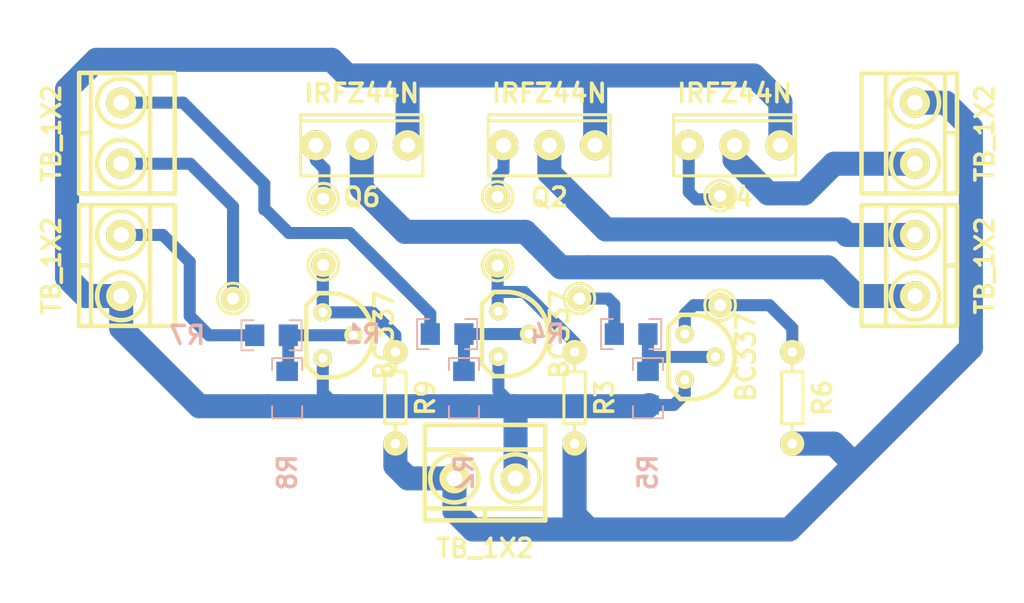
<source format=kicad_pcb>
(kicad_pcb (version 20171130) (host pcbnew "(5.1.7)-1")

  (general
    (thickness 1.6)
    (drawings 4)
    (tracks 128)
    (zones 0)
    (modules 28)
    (nets 15)
  )

  (page A4)
  (layers
    (0 F.Cu signal)
    (31 B.Cu signal)
    (32 B.Adhes user)
    (33 F.Adhes user)
    (34 B.Paste user)
    (35 F.Paste user)
    (36 B.SilkS user)
    (37 F.SilkS user)
    (38 B.Mask user)
    (39 F.Mask user)
    (40 Dwgs.User user)
    (41 Cmts.User user)
    (42 Eco1.User user)
    (43 Eco2.User user)
    (44 Edge.Cuts user)
    (45 Margin user)
    (46 B.CrtYd user)
    (47 F.CrtYd user)
    (48 B.Fab user)
    (49 F.Fab user)
  )

  (setup
    (last_trace_width 1)
    (trace_clearance 0.508)
    (zone_clearance 0.508)
    (zone_45_only no)
    (trace_min 0.2)
    (via_size 0.8)
    (via_drill 0.4)
    (via_min_size 0.4)
    (via_min_drill 0.3)
    (uvia_size 0.3)
    (uvia_drill 0.1)
    (uvias_allowed no)
    (uvia_min_size 0.2)
    (uvia_min_drill 0.1)
    (edge_width 0.05)
    (segment_width 0.2)
    (pcb_text_width 0.3)
    (pcb_text_size 1.5 1.5)
    (mod_edge_width 0.12)
    (mod_text_size 1 1)
    (mod_text_width 0.15)
    (pad_size 1.99898 1.99898)
    (pad_drill 1.00076)
    (pad_to_mask_clearance 0)
    (aux_axis_origin 0 0)
    (visible_elements 7FFFFFFF)
    (pcbplotparams
      (layerselection 0x010fc_ffffffff)
      (usegerberextensions false)
      (usegerberattributes true)
      (usegerberadvancedattributes true)
      (creategerberjobfile true)
      (excludeedgelayer true)
      (linewidth 0.100000)
      (plotframeref false)
      (viasonmask false)
      (mode 1)
      (useauxorigin false)
      (hpglpennumber 1)
      (hpglpenspeed 20)
      (hpglpendiameter 15.000000)
      (psnegative false)
      (psa4output false)
      (plotreference true)
      (plotvalue true)
      (plotinvisibletext false)
      (padsonsilk false)
      (subtractmaskfromsilk false)
      (outputformat 1)
      (mirror false)
      (drillshape 1)
      (scaleselection 1)
      (outputdirectory ""))
  )

  (net 0 "")
  (net 1 /PW0)
  (net 2 /PW1)
  (net 3 /PW2)
  (net 4 GND)
  (net 5 +12V)
  (net 6 /G)
  (net 7 /B)
  (net 8 /R)
  (net 9 "Net-(Q1-Pad2)")
  (net 10 "Net-(Q1-Pad1)")
  (net 11 "Net-(Q3-Pad2)")
  (net 12 "Net-(Q3-Pad1)")
  (net 13 "Net-(Q5-Pad1)")
  (net 14 "Net-(Q5-Pad2)")

  (net_class Default "This is the default net class."
    (clearance 0.508)
    (trace_width 1)
    (via_dia 0.8)
    (via_drill 0.4)
    (uvia_dia 0.3)
    (uvia_drill 0.1)
    (add_net /PW0)
    (add_net /PW1)
    (add_net /PW2)
    (add_net "Net-(Q1-Pad1)")
    (add_net "Net-(Q1-Pad2)")
    (add_net "Net-(Q3-Pad1)")
    (add_net "Net-(Q3-Pad2)")
    (add_net "Net-(Q5-Pad1)")
    (add_net "Net-(Q5-Pad2)")
  )

  (net_class RGB ""
    (clearance 0.635)
    (trace_width 2)
    (via_dia 0.8)
    (via_drill 0.4)
    (uvia_dia 0.3)
    (uvia_drill 0.1)
    (add_net /B)
    (add_net /G)
    (add_net /R)
  )

  (net_class VCC ""
    (clearance 0.635)
    (trace_width 2)
    (via_dia 0.8)
    (via_drill 0.4)
    (uvia_dia 0.3)
    (uvia_drill 0.1)
    (add_net +12V)
    (add_net GND)
  )

  (module EESTN5:pad_1_5mm (layer F.Cu) (tedit 5FFDE13B) (tstamp 5FFF9843)
    (at 131.8 41.45)
    (descr "Pad 1,5mm")
    (fp_text reference pad_1_5mm (at 0 0) (layer F.SilkS) hide
      (effects (font (size 0.127 0.127) (thickness 0.00254)))
    )
    (fp_text value VAL** (at 0 0) (layer F.SilkS) hide
      (effects (font (size 0.127 0.127) (thickness 0.00254)))
    )
    (fp_circle (center 0 0) (end 1.27 -0.127) (layer F.SilkS) (width 0.254))
    (pad 1 thru_hole circle (at 0 0) (size 1.99898 1.99898) (drill 1.00076) (layers *.Cu *.Mask F.SilkS)
      (net 13 "Net-(Q5-Pad1)"))
  )

  (module EESTN5:pad_1_5mm (layer F.Cu) (tedit 5FFDDE1E) (tstamp 5FFF8278)
    (at 124.3 49.75)
    (descr "Pad 1,5mm")
    (fp_text reference pad_1_5mm (at 0 0) (layer F.SilkS) hide
      (effects (font (size 0.127 0.127) (thickness 0.00254)))
    )
    (fp_text value VAL** (at 0 0) (layer F.SilkS) hide
      (effects (font (size 0.127 0.127) (thickness 0.00254)))
    )
    (fp_circle (center 0 0) (end 1.27 -0.127) (layer F.SilkS) (width 0.254))
    (pad 1 thru_hole circle (at 0 0) (size 1.99898 1.99898) (drill 1.00076) (layers *.Cu *.Mask F.SilkS)
      (net 2 /PW1))
  )

  (module EESTN5:pad_1_5mm (layer F.Cu) (tedit 5FFDDA99) (tstamp 5FFF29FD)
    (at 146.3 47)
    (descr "Pad 1,5mm")
    (fp_text reference pad_1_5mm (at 0 0) (layer F.SilkS) hide
      (effects (font (size 0.127 0.127) (thickness 0.00254)))
    )
    (fp_text value VAL** (at 0 0) (layer F.SilkS) hide
      (effects (font (size 0.127 0.127) (thickness 0.00254)))
    )
    (fp_circle (center 0 0) (end 1.27 -0.127) (layer F.SilkS) (width 0.254))
    (pad 1 thru_hole circle (at 0 0) (size 1.99898 1.99898) (drill 1.00076) (layers *.Cu *.Mask F.SilkS)
      (net 10 "Net-(Q1-Pad1)"))
  )

  (module EESTN5:pad_1_5mm (layer F.Cu) (tedit 5FFDD9E2) (tstamp 5FFF0EF8)
    (at 164.8 50.3)
    (descr "Pad 1,5mm")
    (fp_text reference pad_1_5mm (at 0 0) (layer F.SilkS) hide
      (effects (font (size 0.127 0.127) (thickness 0.00254)))
    )
    (fp_text value VAL** (at 0 0) (layer F.SilkS) hide
      (effects (font (size 0.127 0.127) (thickness 0.00254)))
    )
    (fp_circle (center 0 0) (end 1.27 -0.127) (layer F.SilkS) (width 0.254))
    (pad 1 thru_hole circle (at 0 0) (size 1.99898 1.99898) (drill 1.00076) (layers *.Cu *.Mask F.SilkS)
      (net 12 "Net-(Q3-Pad1)"))
  )

  (module EESTN5:BORNERA2_AZUL (layer F.Cu) (tedit 59126E49) (tstamp 5FFE2FDA)
    (at 115 36 270)
    (descr "2-way 5.08mm pitch terminal block, Phoenix MKDS series")
    (path /6000DE94)
    (fp_text reference J1 (at 0 -6.7 270) (layer F.SilkS) hide
      (effects (font (size 1.5 1.5) (thickness 0.3)))
    )
    (fp_text value TB_1X2 (at 0 5.8 270) (layer F.SilkS)
      (effects (font (size 1.5 1.5) (thickness 0.3)))
    )
    (fp_line (start -5.0165 -4.445) (end -5.0165 3.4925) (layer F.SilkS) (width 0.381))
    (fp_line (start 5.0165 -4.445) (end -4.9835 -4.445) (layer F.SilkS) (width 0.381))
    (fp_line (start 5.0165 3.4925) (end 5.0165 -4.445) (layer F.SilkS) (width 0.381))
    (fp_line (start -4.9835 3.4925) (end 5.0165 3.4925) (layer F.SilkS) (width 0.381))
    (fp_line (start -5 -2.4) (end 5 -2.4) (layer F.SilkS) (width 0.381))
    (fp_line (start -5 2.5) (end 5 2.5) (layer F.SilkS) (width 0.381))
    (fp_circle (center -2.55 0) (end -0.55 0) (layer F.SilkS) (width 0.381))
    (fp_circle (center 2.55 0) (end 0.55 0) (layer F.SilkS) (width 0.381))
    (fp_line (start 0 2.54) (end 0 3.4845) (layer F.SilkS) (width 0.381))
    (pad 1 thru_hole circle (at -2.54 0 270) (size 2.5 2.5) (drill 1.3) (layers *.Cu *.Mask F.SilkS)
      (net 1 /PW0))
    (pad 2 thru_hole circle (at 2.54 0 270) (size 2.5 2.5) (drill 1.3) (layers *.Cu *.Mask F.SilkS)
      (net 2 /PW1))
    (model Bornera2_Azul.wrl
      (at (xyz 0 0 0))
      (scale (xyz 1 1 1))
      (rotate (xyz 0 0 0))
    )
  )

  (module EESTN5:BORNERA2_AZUL (layer F.Cu) (tedit 59126E49) (tstamp 5FFE2FE9)
    (at 115 47 270)
    (descr "2-way 5.08mm pitch terminal block, Phoenix MKDS series")
    (path /5FFFF750)
    (fp_text reference J2 (at 0 -6.7 270) (layer F.SilkS) hide
      (effects (font (size 1.5 1.5) (thickness 0.3)))
    )
    (fp_text value TB_1X2 (at 0 5.8 270) (layer F.SilkS)
      (effects (font (size 1.5 1.5) (thickness 0.3)))
    )
    (fp_line (start -5.0165 -4.445) (end -5.0165 3.4925) (layer F.SilkS) (width 0.381))
    (fp_line (start 5.0165 -4.445) (end -4.9835 -4.445) (layer F.SilkS) (width 0.381))
    (fp_line (start 5.0165 3.4925) (end 5.0165 -4.445) (layer F.SilkS) (width 0.381))
    (fp_line (start -4.9835 3.4925) (end 5.0165 3.4925) (layer F.SilkS) (width 0.381))
    (fp_line (start -5 -2.4) (end 5 -2.4) (layer F.SilkS) (width 0.381))
    (fp_line (start -5 2.5) (end 5 2.5) (layer F.SilkS) (width 0.381))
    (fp_circle (center -2.55 0) (end -0.55 0) (layer F.SilkS) (width 0.381))
    (fp_circle (center 2.55 0) (end 0.55 0) (layer F.SilkS) (width 0.381))
    (fp_line (start 0 2.54) (end 0 3.4845) (layer F.SilkS) (width 0.381))
    (pad 1 thru_hole circle (at -2.54 0 270) (size 2.5 2.5) (drill 1.3) (layers *.Cu *.Mask F.SilkS)
      (net 3 /PW2))
    (pad 2 thru_hole circle (at 2.54 0 270) (size 2.5 2.5) (drill 1.3) (layers *.Cu *.Mask F.SilkS)
      (net 4 GND))
    (model Bornera2_Azul.wrl
      (at (xyz 0 0 0))
      (scale (xyz 1 1 1))
      (rotate (xyz 0 0 0))
    )
  )

  (module EESTN5:BORNERA2_AZUL (layer F.Cu) (tedit 59126E49) (tstamp 5FFE2FF8)
    (at 145.25 64.7)
    (descr "2-way 5.08mm pitch terminal block, Phoenix MKDS series")
    (path /5FFFFE96)
    (fp_text reference J3 (at 0 -6.7) (layer F.SilkS) hide
      (effects (font (size 1.5 1.5) (thickness 0.3)))
    )
    (fp_text value TB_1X2 (at 0 5.8) (layer F.SilkS)
      (effects (font (size 1.5 1.5) (thickness 0.3)))
    )
    (fp_line (start 0 2.54) (end 0 3.4845) (layer F.SilkS) (width 0.381))
    (fp_circle (center 2.55 0) (end 0.55 0) (layer F.SilkS) (width 0.381))
    (fp_circle (center -2.55 0) (end -0.55 0) (layer F.SilkS) (width 0.381))
    (fp_line (start -5 2.5) (end 5 2.5) (layer F.SilkS) (width 0.381))
    (fp_line (start -5 -2.4) (end 5 -2.4) (layer F.SilkS) (width 0.381))
    (fp_line (start -4.9835 3.4925) (end 5.0165 3.4925) (layer F.SilkS) (width 0.381))
    (fp_line (start 5.0165 3.4925) (end 5.0165 -4.445) (layer F.SilkS) (width 0.381))
    (fp_line (start 5.0165 -4.445) (end -4.9835 -4.445) (layer F.SilkS) (width 0.381))
    (fp_line (start -5.0165 -4.445) (end -5.0165 3.4925) (layer F.SilkS) (width 0.381))
    (pad 2 thru_hole circle (at 2.54 0) (size 2.5 2.5) (drill 1.3) (layers *.Cu *.Mask F.SilkS)
      (net 4 GND))
    (pad 1 thru_hole circle (at -2.54 0) (size 2.5 2.5) (drill 1.3) (layers *.Cu *.Mask F.SilkS)
      (net 5 +12V))
    (model Bornera2_Azul.wrl
      (at (xyz 0 0 0))
      (scale (xyz 1 1 1))
      (rotate (xyz 0 0 0))
    )
  )

  (module EESTN5:BORNERA2_AZUL (layer F.Cu) (tedit 59126E49) (tstamp 5FFE3007)
    (at 181 36 90)
    (descr "2-way 5.08mm pitch terminal block, Phoenix MKDS series")
    (path /600122DD)
    (fp_text reference J4 (at 0 -6.7 90) (layer F.SilkS) hide
      (effects (font (size 1.5 1.5) (thickness 0.3)))
    )
    (fp_text value TB_1X2 (at 0 5.8 90) (layer F.SilkS)
      (effects (font (size 1.5 1.5) (thickness 0.3)))
    )
    (fp_line (start 0 2.54) (end 0 3.4845) (layer F.SilkS) (width 0.381))
    (fp_circle (center 2.55 0) (end 0.55 0) (layer F.SilkS) (width 0.381))
    (fp_circle (center -2.55 0) (end -0.55 0) (layer F.SilkS) (width 0.381))
    (fp_line (start -5 2.5) (end 5 2.5) (layer F.SilkS) (width 0.381))
    (fp_line (start -5 -2.4) (end 5 -2.4) (layer F.SilkS) (width 0.381))
    (fp_line (start -4.9835 3.4925) (end 5.0165 3.4925) (layer F.SilkS) (width 0.381))
    (fp_line (start 5.0165 3.4925) (end 5.0165 -4.445) (layer F.SilkS) (width 0.381))
    (fp_line (start 5.0165 -4.445) (end -4.9835 -4.445) (layer F.SilkS) (width 0.381))
    (fp_line (start -5.0165 -4.445) (end -5.0165 3.4925) (layer F.SilkS) (width 0.381))
    (pad 2 thru_hole circle (at 2.54 0 90) (size 2.5 2.5) (drill 1.3) (layers *.Cu *.Mask F.SilkS)
      (net 5 +12V))
    (pad 1 thru_hole circle (at -2.54 0 90) (size 2.5 2.5) (drill 1.3) (layers *.Cu *.Mask F.SilkS)
      (net 6 /G))
    (model Bornera2_Azul.wrl
      (at (xyz 0 0 0))
      (scale (xyz 1 1 1))
      (rotate (xyz 0 0 0))
    )
  )

  (module EESTN5:BORNERA2_AZUL (layer F.Cu) (tedit 59126E49) (tstamp 5FFE3016)
    (at 181 47 90)
    (descr "2-way 5.08mm pitch terminal block, Phoenix MKDS series")
    (path /600128F9)
    (fp_text reference J5 (at 0 -6.7 90) (layer F.SilkS) hide
      (effects (font (size 1.5 1.5) (thickness 0.3)))
    )
    (fp_text value TB_1X2 (at 0 5.8 90) (layer F.SilkS)
      (effects (font (size 1.5 1.5) (thickness 0.3)))
    )
    (fp_line (start -5.0165 -4.445) (end -5.0165 3.4925) (layer F.SilkS) (width 0.381))
    (fp_line (start 5.0165 -4.445) (end -4.9835 -4.445) (layer F.SilkS) (width 0.381))
    (fp_line (start 5.0165 3.4925) (end 5.0165 -4.445) (layer F.SilkS) (width 0.381))
    (fp_line (start -4.9835 3.4925) (end 5.0165 3.4925) (layer F.SilkS) (width 0.381))
    (fp_line (start -5 -2.4) (end 5 -2.4) (layer F.SilkS) (width 0.381))
    (fp_line (start -5 2.5) (end 5 2.5) (layer F.SilkS) (width 0.381))
    (fp_circle (center -2.55 0) (end -0.55 0) (layer F.SilkS) (width 0.381))
    (fp_circle (center 2.55 0) (end 0.55 0) (layer F.SilkS) (width 0.381))
    (fp_line (start 0 2.54) (end 0 3.4845) (layer F.SilkS) (width 0.381))
    (pad 1 thru_hole circle (at -2.54 0 90) (size 2.5 2.5) (drill 1.3) (layers *.Cu *.Mask F.SilkS)
      (net 7 /B))
    (pad 2 thru_hole circle (at 2.54 0 90) (size 2.5 2.5) (drill 1.3) (layers *.Cu *.Mask F.SilkS)
      (net 8 /R))
    (model Bornera2_Azul.wrl
      (at (xyz 0 0 0))
      (scale (xyz 1 1 1))
      (rotate (xyz 0 0 0))
    )
  )

  (module EESTN5:to92 (layer F.Cu) (tedit 581F1419) (tstamp 5FFE3023)
    (at 147 52.7 270)
    (descr TO92)
    (path /5FFE9765)
    (fp_text reference Q1 (at 0 3.175 270) (layer F.SilkS) hide
      (effects (font (size 1.524 1.524) (thickness 0.3048)))
    )
    (fp_text value BC337 (at 0 -4.445 270) (layer F.SilkS)
      (effects (font (size 1.524 1.524) (thickness 0.3048)))
    )
    (fp_line (start 2.54 2) (end -2.54 2) (layer F.SilkS) (width 0.381))
    (fp_line (start 2.5 2) (end 3.5 1) (layer F.SilkS) (width 0.381))
    (fp_line (start -2.5 2) (end -3.5 1) (layer F.SilkS) (width 0.381))
    (fp_line (start 3.5 1) (end 3.5 0) (layer F.SilkS) (width 0.381))
    (fp_line (start -3.5 1) (end -3.5 0) (layer F.SilkS) (width 0.381))
    (fp_arc (start 0 0) (end -3.5 0) (angle 180) (layer F.SilkS) (width 0.381))
    (pad 3 thru_hole circle (at 1.905 0.635 270) (size 1.524 1.524) (drill 0.762) (layers *.Cu *.Mask F.SilkS)
      (net 4 GND))
    (pad 2 thru_hole circle (at 0 -1.905 270) (size 1.524 1.524) (drill 0.762) (layers *.Cu *.Mask F.SilkS)
      (net 9 "Net-(Q1-Pad2)"))
    (pad 1 thru_hole circle (at -1.905 0.635 270) (size 1.524 1.524) (drill 0.762) (layers *.Cu *.Mask F.SilkS)
      (net 10 "Net-(Q1-Pad1)"))
    (model to92.wrl
      (at (xyz 0 0 0))
      (scale (xyz 1 1 1))
      (rotate (xyz 0 0 0))
    )
  )

  (module EESTN5:to220 (layer F.Cu) (tedit 580175B8) (tstamp 5FFE3030)
    (at 150.6 37)
    (descr TO220)
    (path /5FFE836C)
    (fp_text reference Q2 (at 0 4.318) (layer F.SilkS)
      (effects (font (size 1.524 1.524) (thickness 0.3048)))
    )
    (fp_text value IRFZ44N (at 0 -4.318) (layer F.SilkS)
      (effects (font (size 1.524 1.524) (thickness 0.3048)))
    )
    (fp_line (start -5.08 -2.032) (end 5.08 -2.032) (layer F.SilkS) (width 0.254))
    (fp_line (start -5.08 -1.27) (end -5.08 2.54) (layer F.SilkS) (width 0.254))
    (fp_line (start -5.08 2.54) (end 5.08 2.54) (layer F.SilkS) (width 0.254))
    (fp_line (start 5.08 2.54) (end 5.08 -2.54) (layer F.SilkS) (width 0.254))
    (fp_line (start 5.08 -2.54) (end -5.08 -2.54) (layer F.SilkS) (width 0.254))
    (fp_line (start -5.08 -2.54) (end -5.08 -1.27) (layer F.SilkS) (width 0.254))
    (pad 1 thru_hole circle (at -3.81 0) (size 2.49936 2.49936) (drill 1.24968) (layers *.Cu *.Mask F.SilkS)
      (net 10 "Net-(Q1-Pad1)"))
    (pad 2 thru_hole circle (at 0 0) (size 2.49936 2.49936) (drill 1.24968) (layers *.Cu *.Mask F.SilkS)
      (net 8 /R))
    (pad 3 thru_hole circle (at 3.81 0) (size 2.49936 2.49936) (drill 1.24968) (layers *.Cu *.Mask F.SilkS)
      (net 4 GND))
    (model to220.wrl
      (at (xyz 0 0 0))
      (scale (xyz 1 1 1))
      (rotate (xyz 0 0 0))
    )
    (model D:/KiCad/share/kicad/modules/EESTN5.3dshapes/to220.wrl
      (at (xyz 0 0 0))
      (scale (xyz 1 1 1))
      (rotate (xyz 0 0 0))
    )
  )

  (module EESTN5:to92 (layer F.Cu) (tedit 581F1419) (tstamp 5FFE303D)
    (at 162.5 54.6 270)
    (descr TO92)
    (path /5FFF4547)
    (fp_text reference Q3 (at 0 3.175 270) (layer F.SilkS) hide
      (effects (font (size 1.524 1.524) (thickness 0.3048)))
    )
    (fp_text value BC337 (at 0 -4.445 270) (layer F.SilkS)
      (effects (font (size 1.524 1.524) (thickness 0.3048)))
    )
    (fp_line (start 2.54 2) (end -2.54 2) (layer F.SilkS) (width 0.381))
    (fp_line (start 2.5 2) (end 3.5 1) (layer F.SilkS) (width 0.381))
    (fp_line (start -2.5 2) (end -3.5 1) (layer F.SilkS) (width 0.381))
    (fp_line (start 3.5 1) (end 3.5 0) (layer F.SilkS) (width 0.381))
    (fp_line (start -3.5 1) (end -3.5 0) (layer F.SilkS) (width 0.381))
    (fp_arc (start 0 0) (end -3.5 0) (angle 180) (layer F.SilkS) (width 0.381))
    (pad 3 thru_hole circle (at 1.905 0.635 270) (size 1.524 1.524) (drill 0.762) (layers *.Cu *.Mask F.SilkS)
      (net 4 GND))
    (pad 2 thru_hole circle (at 0 -1.905 270) (size 1.524 1.524) (drill 0.762) (layers *.Cu *.Mask F.SilkS)
      (net 11 "Net-(Q3-Pad2)"))
    (pad 1 thru_hole circle (at -1.905 0.635 270) (size 1.524 1.524) (drill 0.762) (layers *.Cu *.Mask F.SilkS)
      (net 12 "Net-(Q3-Pad1)"))
    (model to92.wrl
      (at (xyz 0 0 0))
      (scale (xyz 1 1 1))
      (rotate (xyz 0 0 0))
    )
  )

  (module EESTN5:to220 (layer F.Cu) (tedit 580175B8) (tstamp 5FFE304A)
    (at 166 37)
    (descr TO220)
    (path /5FFF4541)
    (fp_text reference Q4 (at 0 4.318) (layer F.SilkS)
      (effects (font (size 1.524 1.524) (thickness 0.3048)))
    )
    (fp_text value IRFZ44N (at 0 -4.318) (layer F.SilkS)
      (effects (font (size 1.524 1.524) (thickness 0.3048)))
    )
    (fp_line (start -5.08 -2.54) (end -5.08 -1.27) (layer F.SilkS) (width 0.254))
    (fp_line (start 5.08 -2.54) (end -5.08 -2.54) (layer F.SilkS) (width 0.254))
    (fp_line (start 5.08 2.54) (end 5.08 -2.54) (layer F.SilkS) (width 0.254))
    (fp_line (start -5.08 2.54) (end 5.08 2.54) (layer F.SilkS) (width 0.254))
    (fp_line (start -5.08 -1.27) (end -5.08 2.54) (layer F.SilkS) (width 0.254))
    (fp_line (start -5.08 -2.032) (end 5.08 -2.032) (layer F.SilkS) (width 0.254))
    (pad 3 thru_hole circle (at 3.81 0) (size 2.49936 2.49936) (drill 1.24968) (layers *.Cu *.Mask F.SilkS)
      (net 4 GND))
    (pad 2 thru_hole circle (at 0 0) (size 2.49936 2.49936) (drill 1.24968) (layers *.Cu *.Mask F.SilkS)
      (net 6 /G))
    (pad 1 thru_hole circle (at -3.81 0) (size 2.49936 2.49936) (drill 1.24968) (layers *.Cu *.Mask F.SilkS)
      (net 12 "Net-(Q3-Pad1)"))
    (model to220.wrl
      (at (xyz 0 0 0))
      (scale (xyz 1 1 1))
      (rotate (xyz 0 0 0))
    )
    (model D:/KiCad/share/kicad/modules/EESTN5.3dshapes/to220.wrl
      (at (xyz 0 0 0))
      (scale (xyz 1 1 1))
      (rotate (xyz 0 0 0))
    )
  )

  (module EESTN5:to92 (layer F.Cu) (tedit 581F1419) (tstamp 5FFE3057)
    (at 132.4 52.8 270)
    (descr TO92)
    (path /5FFF74C4)
    (fp_text reference Q5 (at 0 3.175 270) (layer F.SilkS) hide
      (effects (font (size 1.524 1.524) (thickness 0.3048)))
    )
    (fp_text value BC337 (at 0 -4.445 270) (layer F.SilkS)
      (effects (font (size 1.524 1.524) (thickness 0.3048)))
    )
    (fp_line (start -3.5 1) (end -3.5 0) (layer F.SilkS) (width 0.381))
    (fp_line (start 3.5 1) (end 3.5 0) (layer F.SilkS) (width 0.381))
    (fp_line (start -2.5 2) (end -3.5 1) (layer F.SilkS) (width 0.381))
    (fp_line (start 2.5 2) (end 3.5 1) (layer F.SilkS) (width 0.381))
    (fp_line (start 2.54 2) (end -2.54 2) (layer F.SilkS) (width 0.381))
    (fp_arc (start 0 0) (end -3.5 0) (angle 180) (layer F.SilkS) (width 0.381))
    (pad 1 thru_hole circle (at -1.905 0.635 270) (size 1.524 1.524) (drill 0.762) (layers *.Cu *.Mask F.SilkS)
      (net 13 "Net-(Q5-Pad1)"))
    (pad 2 thru_hole circle (at 0 -1.905 270) (size 1.524 1.524) (drill 0.762) (layers *.Cu *.Mask F.SilkS)
      (net 14 "Net-(Q5-Pad2)"))
    (pad 3 thru_hole circle (at 1.905 0.635 270) (size 1.524 1.524) (drill 0.762) (layers *.Cu *.Mask F.SilkS)
      (net 4 GND))
    (model to92.wrl
      (at (xyz 0 0 0))
      (scale (xyz 1 1 1))
      (rotate (xyz 0 0 0))
    )
  )

  (module EESTN5:to220 (layer F.Cu) (tedit 580175B8) (tstamp 5FFE3064)
    (at 135 37)
    (descr TO220)
    (path /5FFF74BE)
    (fp_text reference Q6 (at 0 4.318) (layer F.SilkS)
      (effects (font (size 1.524 1.524) (thickness 0.3048)))
    )
    (fp_text value IRFZ44N (at 0 -4.318) (layer F.SilkS)
      (effects (font (size 1.524 1.524) (thickness 0.3048)))
    )
    (fp_line (start -5.08 -2.54) (end -5.08 -1.27) (layer F.SilkS) (width 0.254))
    (fp_line (start 5.08 -2.54) (end -5.08 -2.54) (layer F.SilkS) (width 0.254))
    (fp_line (start 5.08 2.54) (end 5.08 -2.54) (layer F.SilkS) (width 0.254))
    (fp_line (start -5.08 2.54) (end 5.08 2.54) (layer F.SilkS) (width 0.254))
    (fp_line (start -5.08 -1.27) (end -5.08 2.54) (layer F.SilkS) (width 0.254))
    (fp_line (start -5.08 -2.032) (end 5.08 -2.032) (layer F.SilkS) (width 0.254))
    (pad 3 thru_hole circle (at 3.81 0) (size 2.49936 2.49936) (drill 1.24968) (layers *.Cu *.Mask F.SilkS)
      (net 4 GND))
    (pad 2 thru_hole circle (at 0 0) (size 2.49936 2.49936) (drill 1.24968) (layers *.Cu *.Mask F.SilkS)
      (net 7 /B))
    (pad 1 thru_hole circle (at -3.81 0) (size 2.49936 2.49936) (drill 1.24968) (layers *.Cu *.Mask F.SilkS)
      (net 13 "Net-(Q5-Pad1)"))
    (model to220.wrl
      (at (xyz 0 0 0))
      (scale (xyz 1 1 1))
      (rotate (xyz 0 0 0))
    )
    (model D:/KiCad/share/kicad/modules/EESTN5.3dshapes/to220.wrl
      (at (xyz 0 0 0))
      (scale (xyz 1 1 1))
      (rotate (xyz 0 0 0))
    )
  )

  (module EESTN5:R_1206 (layer B.Cu) (tedit 5ABB6CAB) (tstamp 5FFE3070)
    (at 142.1 52.7)
    (descr "SMT resistor, 1206")
    (path /5FFEAEA2)
    (fp_text reference R1 (at -7 0) (layer B.SilkS)
      (effects (font (size 1.5 1.5) (thickness 0.3)) (justify mirror))
    )
    (fp_text value 4,7K (at 5 0) (layer B.SilkS) hide
      (effects (font (size 1.5 1.5) (thickness 0.3)) (justify mirror))
    )
    (fp_line (start -1.5 1.25) (end -2.5 1.25) (layer B.SilkS) (width 0.15))
    (fp_line (start -2.5 -1.25) (end -1.5 -1.25) (layer B.SilkS) (width 0.15))
    (fp_line (start -2.5 1.25) (end -2.5 -1.25) (layer B.SilkS) (width 0.15))
    (fp_line (start 2.5 -1.25) (end 2.5 1.25) (layer B.SilkS) (width 0.15))
    (fp_line (start 1.5 -1.25) (end 2.5 -1.25) (layer B.SilkS) (width 0.15))
    (fp_line (start 1.5 1.25) (end 2.5 1.25) (layer B.SilkS) (width 0.15))
    (pad 1 smd rect (at 1.397 0) (size 1.6002 1.8034) (layers B.Cu B.Paste B.Mask)
      (net 9 "Net-(Q1-Pad2)"))
    (pad 2 smd rect (at -1.397 0) (size 1.6002 1.8034) (layers B.Cu B.Paste B.Mask)
      (net 1 /PW0))
    (model R_1206.wrl
      (at (xyz 0 0 0))
      (scale (xyz 1 1 1))
      (rotate (xyz 0 0 0))
    )
  )

  (module EESTN5:R_1206 (layer B.Cu) (tedit 5ABB6CAB) (tstamp 5FFE307C)
    (at 143.5 57.2 90)
    (descr "SMT resistor, 1206")
    (path /5FFEA1DC)
    (fp_text reference R2 (at -7 0 90) (layer B.SilkS)
      (effects (font (size 1.5 1.5) (thickness 0.3)) (justify mirror))
    )
    (fp_text value 100K (at 5 0 90) (layer B.SilkS) hide
      (effects (font (size 1.5 1.5) (thickness 0.3)) (justify mirror))
    )
    (fp_line (start 1.5 1.25) (end 2.5 1.25) (layer B.SilkS) (width 0.15))
    (fp_line (start 1.5 -1.25) (end 2.5 -1.25) (layer B.SilkS) (width 0.15))
    (fp_line (start 2.5 -1.25) (end 2.5 1.25) (layer B.SilkS) (width 0.15))
    (fp_line (start -2.5 1.25) (end -2.5 -1.25) (layer B.SilkS) (width 0.15))
    (fp_line (start -2.5 -1.25) (end -1.5 -1.25) (layer B.SilkS) (width 0.15))
    (fp_line (start -1.5 1.25) (end -2.5 1.25) (layer B.SilkS) (width 0.15))
    (pad 2 smd rect (at -1.397 0 90) (size 1.6002 1.8034) (layers B.Cu B.Paste B.Mask)
      (net 4 GND))
    (pad 1 smd rect (at 1.397 0 90) (size 1.6002 1.8034) (layers B.Cu B.Paste B.Mask)
      (net 9 "Net-(Q1-Pad2)"))
    (model R_1206.wrl
      (at (xyz 0 0 0))
      (scale (xyz 1 1 1))
      (rotate (xyz 0 0 0))
    )
  )

  (module EESTN5:RES0.3 (layer F.Cu) (tedit 5AC5EBC4) (tstamp 5FFE3088)
    (at 152.7 58 270)
    (descr "Resistor, RC03")
    (tags R)
    (path /5FFEB1CC)
    (autoplace_cost180 10)
    (fp_text reference R3 (at 0 -2.5 270) (layer F.SilkS)
      (effects (font (size 1.5 1.5) (thickness 0.3)))
    )
    (fp_text value 4,7K (at 0 2.032 270) (layer F.SilkS) hide
      (effects (font (size 1.5 1.5) (thickness 0.3)))
    )
    (fp_line (start 2.159 -0.889) (end -2.159 -0.889) (layer F.SilkS) (width 0.254))
    (fp_line (start 2.159 0.889) (end 2.159 -0.889) (layer F.SilkS) (width 0.254))
    (fp_line (start -2.159 0.889) (end 2.159 0.889) (layer F.SilkS) (width 0.254))
    (fp_line (start -2.159 -0.889) (end -2.159 0.889) (layer F.SilkS) (width 0.254))
    (fp_line (start -2.159 0) (end -3.81 0) (layer F.SilkS) (width 0.254))
    (fp_line (start 2.159 0) (end 3.81 0) (layer F.SilkS) (width 0.254))
    (pad 1 thru_hole circle (at -3.81 0 270) (size 1.99898 1.99898) (drill 0.8001) (layers *.Cu *.Mask F.SilkS)
      (net 10 "Net-(Q1-Pad1)"))
    (pad 2 thru_hole circle (at 3.81 0 270) (size 1.99898 1.99898) (drill 0.8001) (layers *.Cu *.Mask F.SilkS)
      (net 5 +12V))
    (model res0.3.wrl
      (offset (xyz 1.523999977111816 0 1.015999984741211))
      (scale (xyz 0.393701 0.393701 0.393701))
      (rotate (xyz -90 0 90))
    )
  )

  (module EESTN5:R_1206 (layer B.Cu) (tedit 5ABB6CAB) (tstamp 5FFE3094)
    (at 157.4 52.7)
    (descr "SMT resistor, 1206")
    (path /5FFF455F)
    (fp_text reference R4 (at -7 0) (layer B.SilkS)
      (effects (font (size 1.5 1.5) (thickness 0.3)) (justify mirror))
    )
    (fp_text value 4,7K (at 5 0) (layer B.SilkS) hide
      (effects (font (size 1.5 1.5) (thickness 0.3)) (justify mirror))
    )
    (fp_line (start 1.5 1.25) (end 2.5 1.25) (layer B.SilkS) (width 0.15))
    (fp_line (start 1.5 -1.25) (end 2.5 -1.25) (layer B.SilkS) (width 0.15))
    (fp_line (start 2.5 -1.25) (end 2.5 1.25) (layer B.SilkS) (width 0.15))
    (fp_line (start -2.5 1.25) (end -2.5 -1.25) (layer B.SilkS) (width 0.15))
    (fp_line (start -2.5 -1.25) (end -1.5 -1.25) (layer B.SilkS) (width 0.15))
    (fp_line (start -1.5 1.25) (end -2.5 1.25) (layer B.SilkS) (width 0.15))
    (pad 2 smd rect (at -1.397 0) (size 1.6002 1.8034) (layers B.Cu B.Paste B.Mask)
      (net 2 /PW1))
    (pad 1 smd rect (at 1.397 0) (size 1.6002 1.8034) (layers B.Cu B.Paste B.Mask)
      (net 11 "Net-(Q3-Pad2)"))
    (model R_1206.wrl
      (at (xyz 0 0 0))
      (scale (xyz 1 1 1))
      (rotate (xyz 0 0 0))
    )
  )

  (module EESTN5:R_1206 (layer B.Cu) (tedit 5ABB6CAB) (tstamp 5FFE30A0)
    (at 158.8 57.2 90)
    (descr "SMT resistor, 1206")
    (path /5FFF454D)
    (fp_text reference R5 (at -7 0 90) (layer B.SilkS)
      (effects (font (size 1.5 1.5) (thickness 0.3)) (justify mirror))
    )
    (fp_text value 100K (at 5 0 90) (layer B.SilkS) hide
      (effects (font (size 1.5 1.5) (thickness 0.3)) (justify mirror))
    )
    (fp_line (start -1.5 1.25) (end -2.5 1.25) (layer B.SilkS) (width 0.15))
    (fp_line (start -2.5 -1.25) (end -1.5 -1.25) (layer B.SilkS) (width 0.15))
    (fp_line (start -2.5 1.25) (end -2.5 -1.25) (layer B.SilkS) (width 0.15))
    (fp_line (start 2.5 -1.25) (end 2.5 1.25) (layer B.SilkS) (width 0.15))
    (fp_line (start 1.5 -1.25) (end 2.5 -1.25) (layer B.SilkS) (width 0.15))
    (fp_line (start 1.5 1.25) (end 2.5 1.25) (layer B.SilkS) (width 0.15))
    (pad 1 smd rect (at 1.397 0 90) (size 1.6002 1.8034) (layers B.Cu B.Paste B.Mask)
      (net 11 "Net-(Q3-Pad2)"))
    (pad 2 smd rect (at -1.397 0 90) (size 1.6002 1.8034) (layers B.Cu B.Paste B.Mask)
      (net 4 GND))
    (model R_1206.wrl
      (at (xyz 0 0 0))
      (scale (xyz 1 1 1))
      (rotate (xyz 0 0 0))
    )
  )

  (module EESTN5:RES0.3 (layer F.Cu) (tedit 5AC5EBC4) (tstamp 5FFE30AC)
    (at 170.8 58 270)
    (descr "Resistor, RC03")
    (tags R)
    (path /5FFF4565)
    (autoplace_cost180 10)
    (fp_text reference R6 (at 0 -2.5 270) (layer F.SilkS)
      (effects (font (size 1.5 1.5) (thickness 0.3)))
    )
    (fp_text value 4,7K (at 0 2.032 270) (layer F.SilkS) hide
      (effects (font (size 1.5 1.5) (thickness 0.3)))
    )
    (fp_line (start 2.159 0) (end 3.81 0) (layer F.SilkS) (width 0.254))
    (fp_line (start -2.159 0) (end -3.81 0) (layer F.SilkS) (width 0.254))
    (fp_line (start -2.159 -0.889) (end -2.159 0.889) (layer F.SilkS) (width 0.254))
    (fp_line (start -2.159 0.889) (end 2.159 0.889) (layer F.SilkS) (width 0.254))
    (fp_line (start 2.159 0.889) (end 2.159 -0.889) (layer F.SilkS) (width 0.254))
    (fp_line (start 2.159 -0.889) (end -2.159 -0.889) (layer F.SilkS) (width 0.254))
    (pad 2 thru_hole circle (at 3.81 0 270) (size 1.99898 1.99898) (drill 0.8001) (layers *.Cu *.Mask F.SilkS)
      (net 5 +12V))
    (pad 1 thru_hole circle (at -3.81 0 270) (size 1.99898 1.99898) (drill 0.8001) (layers *.Cu *.Mask F.SilkS)
      (net 12 "Net-(Q3-Pad1)"))
    (model res0.3.wrl
      (offset (xyz 1.523999977111816 0 1.015999984741211))
      (scale (xyz 0.393701 0.393701 0.393701))
      (rotate (xyz -90 0 90))
    )
  )

  (module EESTN5:R_1206 (layer B.Cu) (tedit 5ABB6CAB) (tstamp 5FFE30B8)
    (at 127.5 52.8)
    (descr "SMT resistor, 1206")
    (path /5FFF74DC)
    (fp_text reference R7 (at -7 0) (layer B.SilkS)
      (effects (font (size 1.5 1.5) (thickness 0.3)) (justify mirror))
    )
    (fp_text value 4,7K (at 5 0) (layer B.SilkS) hide
      (effects (font (size 1.5 1.5) (thickness 0.3)) (justify mirror))
    )
    (fp_line (start 1.5 1.25) (end 2.5 1.25) (layer B.SilkS) (width 0.15))
    (fp_line (start 1.5 -1.25) (end 2.5 -1.25) (layer B.SilkS) (width 0.15))
    (fp_line (start 2.5 -1.25) (end 2.5 1.25) (layer B.SilkS) (width 0.15))
    (fp_line (start -2.5 1.25) (end -2.5 -1.25) (layer B.SilkS) (width 0.15))
    (fp_line (start -2.5 -1.25) (end -1.5 -1.25) (layer B.SilkS) (width 0.15))
    (fp_line (start -1.5 1.25) (end -2.5 1.25) (layer B.SilkS) (width 0.15))
    (pad 2 smd rect (at -1.397 0) (size 1.6002 1.8034) (layers B.Cu B.Paste B.Mask)
      (net 3 /PW2))
    (pad 1 smd rect (at 1.397 0) (size 1.6002 1.8034) (layers B.Cu B.Paste B.Mask)
      (net 14 "Net-(Q5-Pad2)"))
    (model R_1206.wrl
      (at (xyz 0 0 0))
      (scale (xyz 1 1 1))
      (rotate (xyz 0 0 0))
    )
  )

  (module EESTN5:R_1206 (layer B.Cu) (tedit 5ABB6CAB) (tstamp 5FFE30C4)
    (at 128.8 57.2 90)
    (descr "SMT resistor, 1206")
    (path /5FFF74CA)
    (fp_text reference R8 (at -7 0 90) (layer B.SilkS)
      (effects (font (size 1.5 1.5) (thickness 0.3)) (justify mirror))
    )
    (fp_text value 100K (at 5 0 90) (layer B.SilkS) hide
      (effects (font (size 1.5 1.5) (thickness 0.3)) (justify mirror))
    )
    (fp_line (start -1.5 1.25) (end -2.5 1.25) (layer B.SilkS) (width 0.15))
    (fp_line (start -2.5 -1.25) (end -1.5 -1.25) (layer B.SilkS) (width 0.15))
    (fp_line (start -2.5 1.25) (end -2.5 -1.25) (layer B.SilkS) (width 0.15))
    (fp_line (start 2.5 -1.25) (end 2.5 1.25) (layer B.SilkS) (width 0.15))
    (fp_line (start 1.5 -1.25) (end 2.5 -1.25) (layer B.SilkS) (width 0.15))
    (fp_line (start 1.5 1.25) (end 2.5 1.25) (layer B.SilkS) (width 0.15))
    (pad 1 smd rect (at 1.397 0 90) (size 1.6002 1.8034) (layers B.Cu B.Paste B.Mask)
      (net 14 "Net-(Q5-Pad2)"))
    (pad 2 smd rect (at -1.397 0 90) (size 1.6002 1.8034) (layers B.Cu B.Paste B.Mask)
      (net 4 GND))
    (model R_1206.wrl
      (at (xyz 0 0 0))
      (scale (xyz 1 1 1))
      (rotate (xyz 0 0 0))
    )
  )

  (module EESTN5:RES0.3 (layer F.Cu) (tedit 5AC5EBC4) (tstamp 5FFE30D0)
    (at 137.8 58 270)
    (descr "Resistor, RC03")
    (tags R)
    (path /5FFF74E2)
    (autoplace_cost180 10)
    (fp_text reference R9 (at 0 -2.5 270) (layer F.SilkS)
      (effects (font (size 1.5 1.5) (thickness 0.3)))
    )
    (fp_text value 4,7K (at 0 2.032 270) (layer F.SilkS) hide
      (effects (font (size 1.5 1.5) (thickness 0.3)))
    )
    (fp_line (start 2.159 -0.889) (end -2.159 -0.889) (layer F.SilkS) (width 0.254))
    (fp_line (start 2.159 0.889) (end 2.159 -0.889) (layer F.SilkS) (width 0.254))
    (fp_line (start -2.159 0.889) (end 2.159 0.889) (layer F.SilkS) (width 0.254))
    (fp_line (start -2.159 -0.889) (end -2.159 0.889) (layer F.SilkS) (width 0.254))
    (fp_line (start -2.159 0) (end -3.81 0) (layer F.SilkS) (width 0.254))
    (fp_line (start 2.159 0) (end 3.81 0) (layer F.SilkS) (width 0.254))
    (pad 1 thru_hole circle (at -3.81 0 270) (size 1.99898 1.99898) (drill 0.8001) (layers *.Cu *.Mask F.SilkS)
      (net 13 "Net-(Q5-Pad1)"))
    (pad 2 thru_hole circle (at 3.81 0 270) (size 1.99898 1.99898) (drill 0.8001) (layers *.Cu *.Mask F.SilkS)
      (net 5 +12V))
    (model res0.3.wrl
      (offset (xyz 1.523999977111816 0 1.015999984741211))
      (scale (xyz 0.393701 0.393701 0.393701))
      (rotate (xyz -90 0 90))
    )
  )

  (module EESTN5:pad_1_5mm (layer F.Cu) (tedit 5FFDD9E2) (tstamp 5FFF0AE3)
    (at 164.8 41.2)
    (descr "Pad 1,5mm")
    (fp_text reference pad_1_5mm (at 0 0) (layer F.SilkS) hide
      (effects (font (size 0.127 0.127) (thickness 0.00254)))
    )
    (fp_text value VAL** (at 0 0) (layer F.SilkS) hide
      (effects (font (size 0.127 0.127) (thickness 0.00254)))
    )
    (fp_circle (center 0 0) (end 1.27 -0.127) (layer F.SilkS) (width 0.254))
    (pad 1 thru_hole circle (at 0 0) (size 1.99898 1.99898) (drill 1.00076) (layers *.Cu *.Mask F.SilkS)
      (net 12 "Net-(Q3-Pad1)"))
  )

  (module EESTN5:pad_1_5mm (layer F.Cu) (tedit 5FFDDA99) (tstamp 5FFF27A9)
    (at 146.3 41.3)
    (descr "Pad 1,5mm")
    (fp_text reference pad_1_5mm (at 0 0) (layer F.SilkS) hide
      (effects (font (size 0.127 0.127) (thickness 0.00254)))
    )
    (fp_text value VAL** (at 0 0) (layer F.SilkS) hide
      (effects (font (size 0.127 0.127) (thickness 0.00254)))
    )
    (fp_circle (center 0 0) (end 1.27 -0.127) (layer F.SilkS) (width 0.254))
    (pad 1 thru_hole circle (at 0 0) (size 1.99898 1.99898) (drill 1.00076) (layers *.Cu *.Mask F.SilkS)
      (net 10 "Net-(Q1-Pad1)"))
  )

  (module EESTN5:pad_1_5mm (layer F.Cu) (tedit 5FFDDE1E) (tstamp 5FFF7F98)
    (at 153.1 49.75)
    (descr "Pad 1,5mm")
    (fp_text reference pad_1_5mm (at 0 0) (layer F.SilkS) hide
      (effects (font (size 0.127 0.127) (thickness 0.00254)))
    )
    (fp_text value VAL** (at 0 0) (layer F.SilkS) hide
      (effects (font (size 0.127 0.127) (thickness 0.00254)))
    )
    (fp_circle (center 0 0) (end 1.27 -0.127) (layer F.SilkS) (width 0.254))
    (pad 1 thru_hole circle (at 0 0) (size 1.99898 1.99898) (drill 1.00076) (layers *.Cu *.Mask F.SilkS)
      (net 2 /PW1))
  )

  (module EESTN5:pad_1_5mm (layer F.Cu) (tedit 5FFDE13B) (tstamp 5FFF953E)
    (at 131.8 46.95)
    (descr "Pad 1,5mm")
    (fp_text reference pad_1_5mm (at 0 0) (layer F.SilkS) hide
      (effects (font (size 0.127 0.127) (thickness 0.00254)))
    )
    (fp_text value VAL** (at 0 0) (layer F.SilkS) hide
      (effects (font (size 0.127 0.127) (thickness 0.00254)))
    )
    (fp_circle (center 0 0) (end 1.27 -0.127) (layer F.SilkS) (width 0.254))
    (pad 1 thru_hole circle (at 0 0) (size 1.99898 1.99898) (drill 1.00076) (layers *.Cu *.Mask F.SilkS)
      (net 13 "Net-(Q5-Pad1)"))
  )

  (gr_line (start 105 25) (end 105 75) (angle 90) (layer Eco2.User) (width 0.15))
  (gr_line (start 190 25) (end 105 25) (angle 90) (layer Eco2.User) (width 0.15))
  (gr_line (start 190 75) (end 190 25) (angle 90) (layer Eco2.User) (width 0.15))
  (gr_line (start 105 75) (end 190 75) (angle 90) (layer Eco2.User) (width 0.15))

  (segment (start 115 33.46) (end 120.16 33.46) (width 1) (layer B.Cu) (net 1) (status 400000))
  (segment (start 140.703 51.003) (end 140.703 52.7) (width 1) (layer B.Cu) (net 1) (tstamp 5FFF93AC) (status 800000))
  (segment (start 138.65 48.95) (end 140.703 51.003) (width 1) (layer B.Cu) (net 1) (tstamp 5FFF9835))
  (segment (start 135.6 45.9) (end 138.65 48.95) (width 1) (layer B.Cu) (net 1) (tstamp 5FFF982A))
  (segment (start 135.6 45.9) (end 135.6 45.9) (width 1) (layer B.Cu) (net 1) (tstamp 5FFF93AB))
  (segment (start 126.9 40.2) (end 126.9 42.35) (width 1) (layer B.Cu) (net 1) (tstamp 5FFF93A8))
  (segment (start 120.16 33.46) (end 126.9 40.2) (width 1) (layer B.Cu) (net 1) (tstamp 5FFF93A6))
  (segment (start 126.9 42.35) (end 127 42.35) (width 1) (layer B.Cu) (net 1))
  (segment (start 128.95 44.3) (end 133.45 44.3) (width 1) (layer B.Cu) (net 1) (tstamp 5FFF9826))
  (segment (start 127 42.35) (end 128.95 44.3) (width 1) (layer B.Cu) (net 1) (tstamp 5FFF9825))
  (segment (start 133.45 44.3) (end 134 44.3) (width 1) (layer B.Cu) (net 1))
  (segment (start 134 44.3) (end 138.65 48.95) (width 1) (layer B.Cu) (net 1) (tstamp 5FFF9832))
  (segment (start 124.3 50.2) (end 124.3 42.1) (width 1) (layer B.Cu) (net 2) (status 400000))
  (segment (start 120.74 38.54) (end 115 38.54) (width 1) (layer B.Cu) (net 2) (tstamp 5FFF9395) (status 800000))
  (segment (start 124.3 42.1) (end 120.74 38.54) (width 1) (layer B.Cu) (net 2) (tstamp 5FFF9394))
  (segment (start 153.1 49.75) (end 155.5 49.75) (width 1) (layer B.Cu) (net 2) (status 400000))
  (segment (start 156.003 50.253) (end 156.003 52.7) (width 1) (layer B.Cu) (net 2) (tstamp 5FFF9518) (status 800000))
  (segment (start 155.5 49.75) (end 156.003 50.253) (width 1) (layer B.Cu) (net 2) (tstamp 5FFF9517))
  (segment (start 115 44.46) (end 118.46 44.46) (width 1) (layer B.Cu) (net 3) (status 400000))
  (segment (start 122.3 52.8) (end 126.103 52.8) (width 1) (layer B.Cu) (net 3) (tstamp 5FFF939B) (status 800000))
  (segment (start 120.7 51.2) (end 122.3 52.8) (width 1) (layer B.Cu) (net 3) (tstamp 5FFF939A))
  (segment (start 120.7 46.7) (end 120.7 51.2) (width 1) (layer B.Cu) (net 3) (tstamp 5FFF9399))
  (segment (start 118.46 44.46) (end 120.7 46.7) (width 1) (layer B.Cu) (net 3) (tstamp 5FFF9398))
  (segment (start 169.81 37) (end 169.81 33.41) (width 2) (layer B.Cu) (net 4) (status 400000))
  (segment (start 167.6 31.2) (end 154.6 31.2) (width 2) (layer B.Cu) (net 4) (tstamp 5FFEE3CA))
  (segment (start 154.6 31.2) (end 139 31.2) (width 2) (layer B.Cu) (net 4) (tstamp 5FFEE3D9))
  (segment (start 139 31.2) (end 135.2 31.2) (width 2) (layer B.Cu) (net 4) (tstamp 5FFEE3D0))
  (segment (start 133.8 31.2) (end 135.2 31.2) (width 2) (layer B.Cu) (net 4) (tstamp 5FFF998C))
  (segment (start 132.5 29.9) (end 133.8 31.2) (width 2) (layer B.Cu) (net 4) (tstamp 5FFF998B))
  (segment (start 112.95 29.9) (end 132.5 29.9) (width 2) (layer B.Cu) (net 4) (tstamp 5FFF998A))
  (segment (start 110.5 32.35) (end 112.95 29.9) (width 2) (layer B.Cu) (net 4) (tstamp 5FFF9989))
  (segment (start 110.5 48) (end 110.5 32.35) (width 2) (layer B.Cu) (net 4) (tstamp 5FFF9988))
  (segment (start 112.04 49.54) (end 110.5 48) (width 2) (layer B.Cu) (net 4) (tstamp 5FFF9987))
  (segment (start 112.04 49.54) (end 115 49.54) (width 2) (layer B.Cu) (net 4) (status 800000))
  (segment (start 169.81 33.41) (end 167.6 31.2) (width 2) (layer B.Cu) (net 4) (tstamp 5FFEE3C9))
  (segment (start 138.81 37) (end 138.81 31.39) (width 2) (layer B.Cu) (net 4) (status 400000))
  (segment (start 138.81 31.39) (end 139 31.2) (width 2) (layer B.Cu) (net 4) (tstamp 5FFEE3D3))
  (segment (start 154.41 37) (end 154.41 31.2) (width 2) (layer B.Cu) (net 4) (status 400000))
  (segment (start 154.41 31.2) (end 154.6 31.2) (width 2) (layer B.Cu) (net 4) (tstamp 5FFEE3D6))
  (segment (start 158.8 58.7) (end 158.9 58.6) (width 2) (layer B.Cu) (net 4) (tstamp 5FFF8289))
  (segment (start 143.6 58.7) (end 147.65 58.7) (width 2) (layer B.Cu) (net 4))
  (segment (start 147.65 58.7) (end 158.8 58.7) (width 2) (layer B.Cu) (net 4) (tstamp 5FFFA62B))
  (segment (start 127.2 58.7) (end 132.9 58.7) (width 2) (layer B.Cu) (net 4) (tstamp 5FFF8286))
  (segment (start 132.9 58.7) (end 143.6 58.7) (width 2) (layer B.Cu) (net 4) (tstamp 5FFFA626))
  (segment (start 115 52.2) (end 121.5 58.7) (width 2) (layer B.Cu) (net 4) (tstamp 5FFF951B))
  (segment (start 121.5 58.7) (end 127.2 58.7) (width 2) (layer B.Cu) (net 4) (tstamp 5FFF951C))
  (segment (start 115 49.54) (end 115 52.2) (width 2) (layer B.Cu) (net 4) (status 400000))
  (segment (start 131.765 54.705) (end 131.765 57.565) (width 1) (layer B.Cu) (net 4) (status 400000))
  (segment (start 131.765 57.565) (end 132.9 58.7) (width 1) (layer B.Cu) (net 4) (tstamp 5FFFA623))
  (segment (start 146.365 54.605) (end 146.365 57.415) (width 1) (layer B.Cu) (net 4) (status 400000))
  (segment (start 146.365 57.415) (end 147.65 58.7) (width 1) (layer B.Cu) (net 4) (tstamp 5FFFA628))
  (segment (start 158.8 58.597) (end 160.953 58.597) (width 1) (layer B.Cu) (net 4) (status 400000))
  (segment (start 161.865 57.685) (end 161.865 56.505) (width 1) (layer B.Cu) (net 4) (tstamp 5FFFA62E) (status 800000))
  (segment (start 160.953 58.597) (end 161.865 57.685) (width 1) (layer B.Cu) (net 4) (tstamp 5FFFA62D))
  (segment (start 147.79 64.7) (end 147.79 58.84) (width 2) (layer B.Cu) (net 4) (status 400000))
  (segment (start 147.79 58.84) (end 147.65 58.7) (width 2) (layer B.Cu) (net 4) (tstamp 5FFFA632))
  (segment (start 137.8 61.81) (end 137.8 63.65) (width 2) (layer B.Cu) (net 5) (status 400000))
  (segment (start 138.85 64.7) (end 142.71 64.7) (width 2) (layer B.Cu) (net 5) (tstamp 5FFFA5FD) (status 800000))
  (segment (start 137.8 63.65) (end 138.85 64.7) (width 2) (layer B.Cu) (net 5) (tstamp 5FFFA5FC))
  (segment (start 142.71 64.7) (end 142.71 67.41) (width 2) (layer B.Cu) (net 5) (status 400000))
  (segment (start 144.25 68.95) (end 153.9 68.95) (width 2) (layer B.Cu) (net 5) (tstamp 5FFFA601))
  (segment (start 153.9 68.95) (end 170.55 68.95) (width 2) (layer B.Cu) (net 5) (tstamp 5FFFA620))
  (segment (start 142.71 67.41) (end 144.25 68.95) (width 2) (layer B.Cu) (net 5) (tstamp 5FFFA600))
  (segment (start 181 33.46) (end 183.56 33.46) (width 2) (layer B.Cu) (net 5) (status 400000))
  (segment (start 185.65 53.85) (end 175.975 63.525) (width 2) (layer B.Cu) (net 5) (tstamp 5FFFA611))
  (segment (start 175.975 63.525) (end 170.55 68.95) (width 2) (layer B.Cu) (net 5) (tstamp 5FFFA61B))
  (segment (start 185.65 35.55) (end 185.65 53.85) (width 2) (layer B.Cu) (net 5) (tstamp 5FFFA610))
  (segment (start 183.56 33.46) (end 185.65 35.55) (width 2) (layer B.Cu) (net 5) (tstamp 5FFFA60F))
  (segment (start 170.8 61.81) (end 174.26 61.81) (width 2) (layer B.Cu) (net 5) (status 400000))
  (segment (start 174.26 61.81) (end 175.975 63.525) (width 2) (layer B.Cu) (net 5) (tstamp 5FFFA618))
  (segment (start 152.7 61.81) (end 152.7 67.75) (width 2) (layer B.Cu) (net 5) (status 400000))
  (segment (start 152.7 67.75) (end 153.9 68.95) (width 2) (layer B.Cu) (net 5) (tstamp 5FFFA61D))
  (segment (start 166 37) (end 166 38.2) (width 2) (layer B.Cu) (net 6) (status C00000))
  (segment (start 174.26 38.54) (end 181 38.54) (width 2) (layer B.Cu) (net 6) (tstamp 5FFEE3B7) (status 800000))
  (segment (start 171.8 41) (end 174.26 38.54) (width 2) (layer B.Cu) (net 6) (tstamp 5FFEE3B6))
  (segment (start 168.8 41) (end 171.8 41) (width 2) (layer B.Cu) (net 6) (tstamp 5FFEE3B5))
  (segment (start 166 38.2) (end 168.8 41) (width 2) (layer B.Cu) (net 6) (tstamp 5FFEE3B4) (status 400000))
  (segment (start 135 37) (end 135 40.6) (width 2) (layer B.Cu) (net 7) (status 400000))
  (segment (start 135 40.6) (end 138.6 44.2) (width 2) (layer B.Cu) (net 7))
  (segment (start 148.6 44.2) (end 149.6 45.2) (width 2) (layer B.Cu) (net 7) (tstamp 5FFEF4E8))
  (segment (start 138.6 44.2) (end 148.6 44.2) (width 2) (layer B.Cu) (net 7) (tstamp 5FFEF4E7))
  (segment (start 181 49.54) (end 176.144998 49.54) (width 2) (layer B.Cu) (net 7) (status 400000))
  (segment (start 173.754998 47.15) (end 153.8 47.15) (width 2) (layer B.Cu) (net 7) (tstamp 5FFF93BD))
  (segment (start 176.144998 49.54) (end 173.754998 47.15) (width 2) (layer B.Cu) (net 7) (tstamp 5FFF93BC))
  (segment (start 153.8 47.15) (end 151.55 47.15) (width 2) (layer B.Cu) (net 7))
  (segment (start 151.55 47.15) (end 149.6 45.2) (width 2) (layer B.Cu) (net 7) (tstamp 5FFF942B))
  (segment (start 150.6 37) (end 150.6 39.3) (width 2) (layer B.Cu) (net 8) (status 400000))
  (segment (start 181 44.46) (end 175.36 44.46) (width 2) (layer B.Cu) (net 8) (status 400000))
  (segment (start 155.3 44) (end 150.6 39.3) (width 2) (layer B.Cu) (net 8) (tstamp 5FFF9424))
  (segment (start 174.9 44) (end 155.3 44) (width 2) (layer B.Cu) (net 8) (tstamp 5FFF9423))
  (segment (start 175.36 44.46) (end 174.9 44) (width 2) (layer B.Cu) (net 8) (tstamp 5FFF9422))
  (segment (start 143.5 55.803) (end 143.5 52.703) (width 1) (layer B.Cu) (net 9) (status C00000))
  (segment (start 143.5 52.703) (end 143.503 52.7) (width 1) (layer B.Cu) (net 9) (tstamp 5FFF9390) (status C00000))
  (segment (start 143.503 52.7) (end 148.905 52.7) (width 1) (layer B.Cu) (net 9) (tstamp 5FFF9391) (status C00000))
  (segment (start 146.79 41.29) (end 146.8 41.3) (width 1) (layer B.Cu) (net 10) (tstamp 5FFF2BB2) (status C00000))
  (segment (start 152.7 54.19) (end 152.7 53.4) (width 1) (layer B.Cu) (net 10) (status C00000))
  (segment (start 148.5 49.2) (end 146.3 49.2) (width 1) (layer B.Cu) (net 10) (tstamp 5FFF938A))
  (segment (start 152.7 53.4) (end 148.5 49.2) (width 1) (layer B.Cu) (net 10) (tstamp 5FFF9389) (status 400000))
  (segment (start 146.3 47) (end 146.3 50.73) (width 1) (layer B.Cu) (net 10) (status C00000))
  (segment (start 146.3 50.73) (end 146.365 50.795) (width 1) (layer B.Cu) (net 10) (tstamp 5FFF938D) (status C00000))
  (segment (start 146.3 41.3) (end 146.3 39.6) (width 1) (layer B.Cu) (net 10) (status 400000))
  (segment (start 146.79 39.11) (end 146.79 37) (width 1) (layer B.Cu) (net 10) (tstamp 5FFF939F) (status 800000))
  (segment (start 146.3 39.6) (end 146.79 39.11) (width 1) (layer B.Cu) (net 10) (tstamp 5FFF939E))
  (segment (start 164.405 54.6) (end 158.8 54.6) (width 1) (layer B.Cu) (net 11) (status 400000))
  (segment (start 158.8 54.6) (end 158.8 55.803) (width 1) (layer B.Cu) (net 11) (tstamp 5FFF937D) (status 800000))
  (segment (start 158.797 52.7) (end 158.797 55.8) (width 1) (layer B.Cu) (net 11) (status C00000))
  (segment (start 158.797 55.8) (end 158.8 55.803) (width 1) (layer B.Cu) (net 11) (tstamp 5FFF9380) (status C00000))
  (segment (start 161.865 52.695) (end 161.865 51.035) (width 1) (layer B.Cu) (net 12) (status 400000))
  (segment (start 162.6 50.3) (end 164.8 50.3) (width 1) (layer B.Cu) (net 12) (tstamp 5FFF9281) (status 800000))
  (segment (start 161.865 51.035) (end 162.6 50.3) (width 1) (layer B.Cu) (net 12) (tstamp 5FFF9280))
  (segment (start 170.8 54.19) (end 170.8 52.2) (width 1) (layer B.Cu) (net 12) (status 400000))
  (segment (start 168.9 50.3) (end 164.8 50.3) (width 1) (layer B.Cu) (net 12) (tstamp 5FFF9285) (status 800000))
  (segment (start 170.8 52.2) (end 168.9 50.3) (width 1) (layer B.Cu) (net 12) (tstamp 5FFF9284))
  (segment (start 162.19 37) (end 162.19 40.89) (width 1) (layer B.Cu) (net 12) (status 400000))
  (segment (start 162.8 41.5) (end 164.8 41.5) (width 1) (layer B.Cu) (net 12) (tstamp 5FFF93A3) (status 800000))
  (segment (start 162.19 40.89) (end 162.8 41.5) (width 1) (layer B.Cu) (net 12) (tstamp 5FFF93A2))
  (segment (start 131.765 50.895) (end 135.895 50.895) (width 1) (layer B.Cu) (net 13) (status 400000))
  (segment (start 137.8 52.8) (end 137.8 54.19) (width 1) (layer B.Cu) (net 13) (tstamp 5FFF93B0) (status 800000))
  (segment (start 135.895 50.895) (end 137.8 52.8) (width 1) (layer B.Cu) (net 13) (tstamp 5FFF93AF))
  (segment (start 131.19 37) (end 131.19 38.24) (width 1) (layer B.Cu) (net 13) (status C00000))
  (segment (start 131.9 38.95) (end 131.9 41.45) (width 1) (layer B.Cu) (net 13) (tstamp 5FFF9849) (status 800000))
  (segment (start 131.19 38.24) (end 131.9 38.95) (width 1) (layer B.Cu) (net 13) (tstamp 5FFF9848) (status 400000))
  (segment (start 131.765 50.895) (end 131.765 47.485) (width 1) (layer B.Cu) (net 13) (status C00000))
  (segment (start 131.765 47.485) (end 131.8 47.45) (width 1) (layer B.Cu) (net 13) (tstamp 5FFF984C) (status C00000))
  (segment (start 131.765 50.895) (end 131.765 46.985) (width 1) (layer B.Cu) (net 13) (status C00000))
  (segment (start 131.765 46.985) (end 131.8 46.95) (width 1) (layer B.Cu) (net 13) (tstamp 5FFF9984) (status C00000))
  (segment (start 128.897 55.6) (end 128.897 52.8) (width 1) (layer B.Cu) (net 14) (status C00000))
  (segment (start 128.897 52.8) (end 134.305 52.8) (width 1) (layer B.Cu) (net 14) (tstamp 5FFF4E46) (status C00000))

)

</source>
